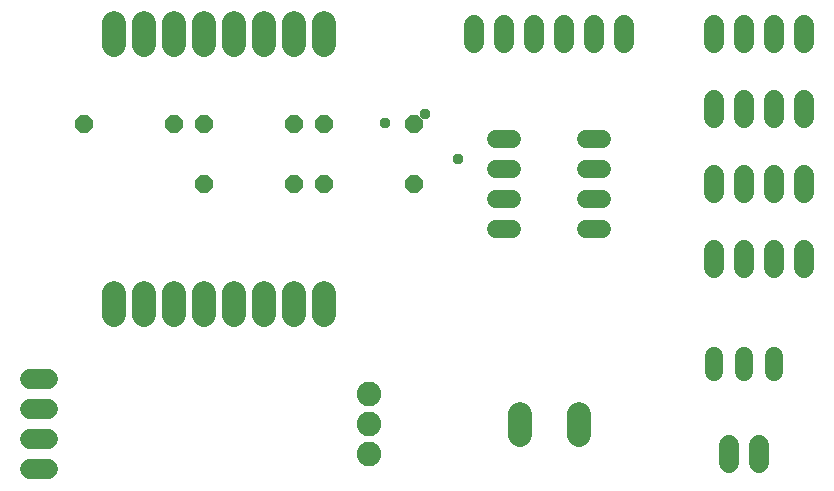
<source format=gts>
G75*
%MOIN*%
%OFA0B0*%
%FSLAX25Y25*%
%IPPOS*%
%LPD*%
%AMOC8*
5,1,8,0,0,1.08239X$1,22.5*
%
%ADD10C,0.06800*%
%ADD11C,0.07850*%
%ADD12C,0.08000*%
%ADD13OC8,0.06000*%
%ADD14C,0.08200*%
%ADD15C,0.06000*%
%ADD16C,0.03778*%
D10*
X0050342Y0016256D02*
X0056342Y0016256D01*
X0056342Y0026256D02*
X0050342Y0026256D01*
X0050342Y0036256D02*
X0056342Y0036256D01*
X0056342Y0046256D02*
X0050342Y0046256D01*
X0198342Y0158256D02*
X0198342Y0164256D01*
X0208342Y0164256D02*
X0208342Y0158256D01*
X0218342Y0158256D02*
X0218342Y0164256D01*
X0228342Y0164256D02*
X0228342Y0158256D01*
X0238342Y0158256D02*
X0238342Y0164256D01*
X0248342Y0164256D02*
X0248342Y0158256D01*
X0278342Y0158256D02*
X0278342Y0164256D01*
X0288342Y0164256D02*
X0288342Y0158256D01*
X0298342Y0158256D02*
X0298342Y0164256D01*
X0308342Y0164256D02*
X0308342Y0158256D01*
X0308342Y0139256D02*
X0308342Y0133256D01*
X0298342Y0133256D02*
X0298342Y0139256D01*
X0288342Y0139256D02*
X0288342Y0133256D01*
X0278342Y0133256D02*
X0278342Y0139256D01*
X0278342Y0114256D02*
X0278342Y0108256D01*
X0288342Y0108256D02*
X0288342Y0114256D01*
X0298342Y0114256D02*
X0298342Y0108256D01*
X0308342Y0108256D02*
X0308342Y0114256D01*
X0308342Y0089256D02*
X0308342Y0083256D01*
X0298342Y0083256D02*
X0298342Y0089256D01*
X0288342Y0089256D02*
X0288342Y0083256D01*
X0278342Y0083256D02*
X0278342Y0089256D01*
X0283342Y0024256D02*
X0283342Y0018256D01*
X0293342Y0018256D02*
X0293342Y0024256D01*
D11*
X0233184Y0027731D02*
X0233184Y0034781D01*
X0213499Y0034781D02*
X0213499Y0027731D01*
D12*
X0148342Y0067656D02*
X0148342Y0074856D01*
X0138342Y0074856D02*
X0138342Y0067656D01*
X0128342Y0067656D02*
X0128342Y0074856D01*
X0118342Y0074856D02*
X0118342Y0067656D01*
X0108342Y0067656D02*
X0108342Y0074856D01*
X0098342Y0074856D02*
X0098342Y0067656D01*
X0088342Y0067656D02*
X0088342Y0074856D01*
X0078342Y0074856D02*
X0078342Y0067656D01*
X0078342Y0157656D02*
X0078342Y0164856D01*
X0088342Y0164856D02*
X0088342Y0157656D01*
X0098342Y0157656D02*
X0098342Y0164856D01*
X0108342Y0164856D02*
X0108342Y0157656D01*
X0118342Y0157656D02*
X0118342Y0164856D01*
X0128342Y0164856D02*
X0128342Y0157656D01*
X0138342Y0157656D02*
X0138342Y0164856D01*
X0148342Y0164856D02*
X0148342Y0157656D01*
D13*
X0148342Y0131256D03*
X0138342Y0131256D03*
X0138342Y0111256D03*
X0148342Y0111256D03*
X0178342Y0111256D03*
X0178342Y0131256D03*
X0108342Y0131256D03*
X0098342Y0131256D03*
X0068342Y0131256D03*
X0108342Y0111256D03*
D14*
X0163342Y0041256D03*
X0163342Y0031256D03*
X0163342Y0021256D03*
D15*
X0278342Y0048656D02*
X0278342Y0053856D01*
X0288342Y0053856D02*
X0288342Y0048656D01*
X0298342Y0048656D02*
X0298342Y0053856D01*
X0240942Y0096256D02*
X0235742Y0096256D01*
X0235742Y0106256D02*
X0240942Y0106256D01*
X0240942Y0116256D02*
X0235742Y0116256D01*
X0235742Y0126256D02*
X0240942Y0126256D01*
X0210942Y0126256D02*
X0205742Y0126256D01*
X0205742Y0116256D02*
X0210942Y0116256D01*
X0210942Y0106256D02*
X0205742Y0106256D01*
X0205742Y0096256D02*
X0210942Y0096256D01*
D16*
X0193142Y0119756D03*
X0182042Y0134756D03*
X0168542Y0131456D03*
M02*

</source>
